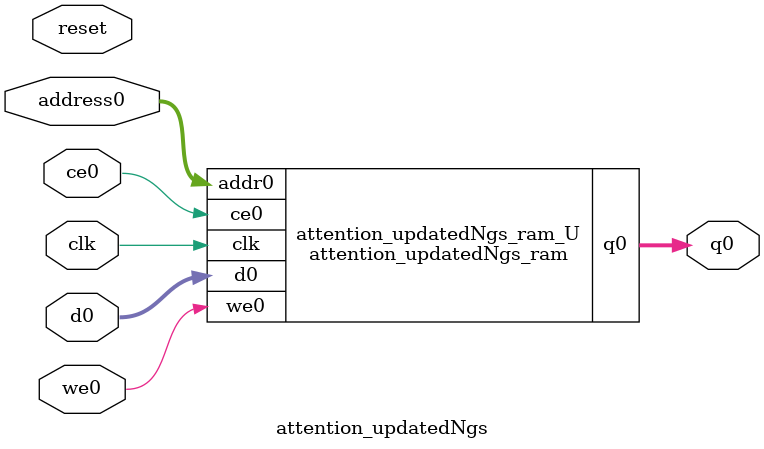
<source format=v>
`timescale 1 ns / 1 ps
module attention_updatedNgs_ram (addr0, ce0, d0, we0, q0,  clk);

parameter DWIDTH = 32;
parameter AWIDTH = 14;
parameter MEM_SIZE = 9216;

input[AWIDTH-1:0] addr0;
input ce0;
input[DWIDTH-1:0] d0;
input we0;
output reg[DWIDTH-1:0] q0;
input clk;

(* ram_style = "block" *)reg [DWIDTH-1:0] ram[0:MEM_SIZE-1];




always @(posedge clk)  
begin 
    if (ce0) begin
        if (we0) 
            ram[addr0] <= d0; 
        q0 <= ram[addr0];
    end
end


endmodule

`timescale 1 ns / 1 ps
module attention_updatedNgs(
    reset,
    clk,
    address0,
    ce0,
    we0,
    d0,
    q0);

parameter DataWidth = 32'd32;
parameter AddressRange = 32'd9216;
parameter AddressWidth = 32'd14;
input reset;
input clk;
input[AddressWidth - 1:0] address0;
input ce0;
input we0;
input[DataWidth - 1:0] d0;
output[DataWidth - 1:0] q0;



attention_updatedNgs_ram attention_updatedNgs_ram_U(
    .clk( clk ),
    .addr0( address0 ),
    .ce0( ce0 ),
    .we0( we0 ),
    .d0( d0 ),
    .q0( q0 ));

endmodule


</source>
